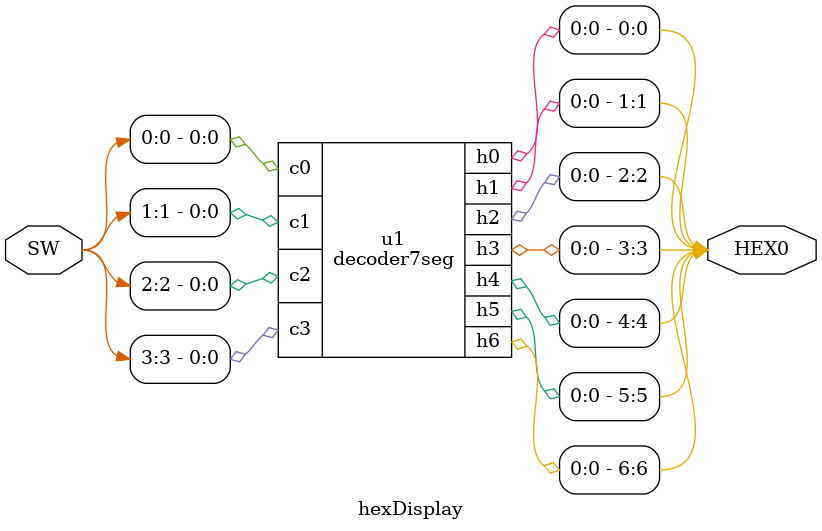
<source format=v>
`timescale 1ns / 1ns

module decoder7seg (input c3, c2, c1, c0,
		output h0, h1, h2, h3, h4, h5, h6);
							
			assign h0 = (c3|c2|c1|!c0)&(c3|!c2|c1|c0)&(!c3|c2|!c1|!c0)&(!c3|!c2|c1|!c0);
			assign h1 = (c3|!c2|c1|!c0)&(c3|!c2|!c1|c0)&(!c3|c2|!c1|!c0)&(!c3|!c2|c1|c0)&(!c3|!c2|!c1|c0)&(!c3|!c2|!c1|!c0);
			assign h2 = (c3|c2|!c1|c0)&(!c3|!c2|c1|c0)&(!c3|!c2|!c1|c0)&(!c3|!c2|!c1|!c0);
			assign h3 = (c3|c2|c1|!c0)&(c3|!c2|c1|c0)&(c3|!c2|!c1|!c0)&(!c3|c2|c1|!c0)&(!c3|c2|!c1|c0)&(!c3|!c2|!c1|!c0);
			assign h4 = (c3|c2|c1|!c0)&(c3|c2|!c1|!c0)&(c3|!c2|c1|c0)&(c3|!c2|c1|!c0)&(c3|!c2|!c1|!c0)&(!c3|c2|c1|!c0);
			assign h5 = (c3|c2|c1|!c0)&(c3|c2|!c1|c0)&(c3|c2|!c1|!c0)&(c3|!c2|!c1|!c0)&(!c3|!c2|c1|!c0);
			assign h6 = (c3|c2|c1|c0)&(c3|c2|c1|!c0)&(c3|!c2|!c1|!c0)&(!c3|!c2|c1|c0);
			
endmodule

module hexDisplay(SW, HEX0);

			input [9:0] SW;
			output [6:0] HEX0;
			
			decoder7seg u1(
					.c3(SW[3]),
					.c2(SW[2]),
					.c1(SW[1]),
					.c0(SW[0]),
					.h0(HEX0[0]),
					.h1(HEX0[1]),
					.h2(HEX0[2]),
					.h3(HEX0[3]),
					.h4(HEX0[4]),
					.h5(HEX0[5]),
					.h6(HEX0[6])
					);
endmodule

</source>
